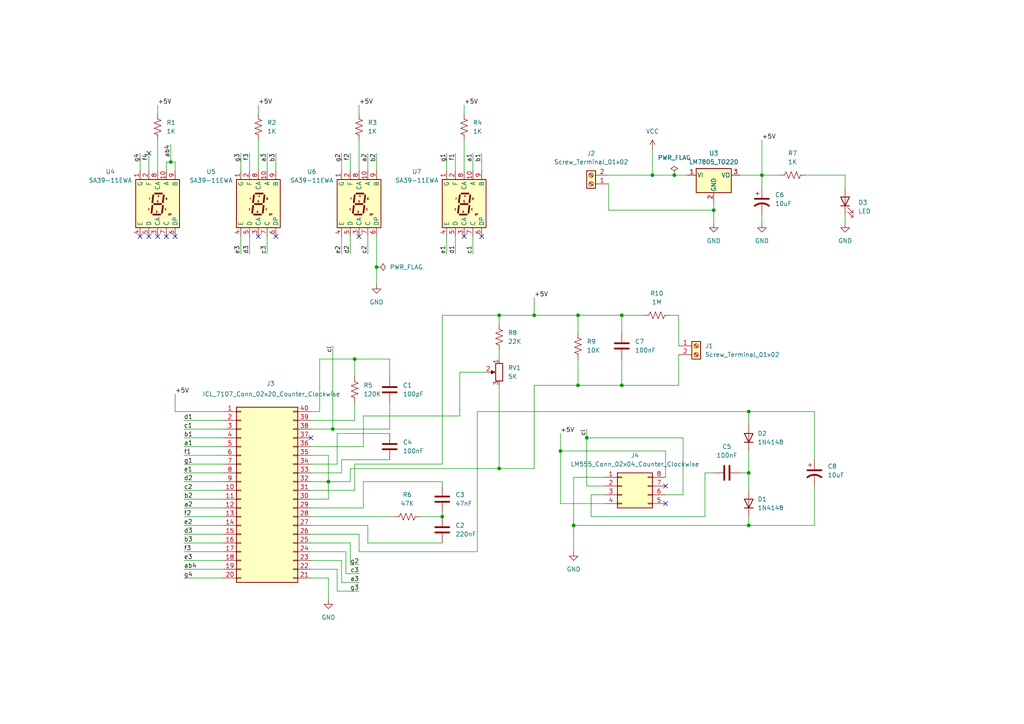
<source format=kicad_sch>
(kicad_sch (version 20250114) (generator "eeschema") (generator_version "9.0")
  (paper "A4")
  (title_block (title "Digital Voltmeter - 2nd Iteration") (date "2025-10-19") (rev "1.0"))
  (lib_symbols
    (symbol "Connector:Screw_Terminal_01x02" (pin_names (offset 1.016) (hide yes))
      (property "Reference" "J" (at 0 2.54 0))
      (property "Value" "Screw_Terminal_01x02" (at 0 -5.08 0))
      (symbol "Screw_Terminal_01x02_1_1"
        (rectangle (start -1.27 1.27) (end 1.27 -3.81) (stroke (width 0.254)) (fill (type background)))
        (polyline (pts (xy -0.5334 0.3302) (xy 0.3302 -0.508)) (stroke (width 0.1524)))
        (polyline (pts (xy -0.5334 -2.2098) (xy 0.3302 -3.048)) (stroke (width 0.1524)))
        (polyline (pts (xy -0.3556 0.508) (xy 0.508 -0.3302)) (stroke (width 0.1524)))
        (polyline (pts (xy -0.3556 -2.032) (xy 0.508 -2.8702)) (stroke (width 0.1524)))
        (circle (center 0 0) (radius 0.635) (stroke (width 0.1524)))
        (circle (center 0 -2.54) (radius 0.635) (stroke (width 0.1524)))
        (pin passive line (at -5.08 0 0) (length 3.81) (name "Pin_1") (number "1"))
        (pin passive line (at -5.08 -2.54 0) (length 3.81) (name "Pin_2") (number "2"))
      )
    )
    (symbol "Connector_Generic:Conn_02x04_Counter_Clockwise" (pin_names (offset 1.016) (hide yes))
      (property "Reference" "J4" (at 0.254 10.668 0))
      (property "Value" "Conn_02x04_Counter_Clockwise" (at 0.254 8.128 0))
      (symbol "Conn_02x04_Counter_Clockwise_1_1"
        (rectangle (start -5.08 5.08) (end 5.08 -5.08) (stroke (width 0.254)) (fill (type background)))
        (rectangle (start -5.08 3.937) (end -3.81 3.683) (stroke (width 0.1524)))
        (rectangle (start -5.08 1.397) (end -3.81 1.143) (stroke (width 0.1524)))
        (rectangle (start -5.08 -1.143) (end -3.81 -1.397) (stroke (width 0.1524)))
        (rectangle (start -5.08 -3.683) (end -3.81 -3.937) (stroke (width 0.1524)))
        (rectangle (start 5.08 3.937) (end 3.81 3.683) (stroke (width 0.1524)))
        (rectangle (start 5.08 1.397) (end 3.81 1.143) (stroke (width 0.1524)))
        (rectangle (start 5.08 -1.143) (end 3.81 -1.397) (stroke (width 0.1524)))
        (rectangle (start 5.08 -3.683) (end 3.81 -3.937) (stroke (width 0.1524)))
        (pin passive line (at -8.89 3.81 0) (length 3.81) (name "Pin_1") (number "1"))
        (pin passive line (at -8.89 1.27 0) (length 3.81) (name "Pin_2") (number "2"))
        (pin passive line (at -8.89 -1.27 0) (length 3.81) (name "Pin_3") (number "3"))
        (pin passive line (at -8.89 -3.81 0) (length 3.81) (name "Pin_4") (number "4"))
        (pin passive line (at 8.89 3.81 180) (length 3.81) (name "Pin_8") (number "8"))
        (pin passive line (at 8.89 1.27 180) (length 3.81) (name "Pin_7") (number "7"))
        (pin passive line (at 8.89 -1.27 180) (length 3.81) (name "Pin_6") (number "6"))
        (pin passive line (at 8.89 -3.81 180) (length 3.81) (name "Pin_5") (number "5"))
      )
    )
    (symbol "Connector_Generic:Conn_02x20_Counter_Clockwise" (pin_names (offset 1.016) (hide yes))
      (property "Reference" "J3" (at 1.27 29.21 0))
      (property "Value" "Conn_02x20_Counter_Clockwise" (at 1.27 26.67 0))
      (symbol "Conn_02x20_Counter_Clockwise_1_1"
        (rectangle (start -1.27 24.13) (end 16.51 -26.67) (stroke (width 0.254)) (fill (type background)))
        (rectangle (start -1.27 22.987) (end 0 22.733) (stroke (width 0.1524)))
        (rectangle (start -1.27 20.447) (end 0 20.193) (stroke (width 0.1524)))
        (rectangle (start -1.27 17.907) (end 0 17.653) (stroke (width 0.1524)))
        (rectangle (start -1.27 15.367) (end 0 15.113) (stroke (width 0.1524)))
        (rectangle (start -1.27 12.827) (end 0 12.573) (stroke (width 0.1524)))
        (rectangle (start -1.27 10.287) (end 0 10.033) (stroke (width 0.1524)))
        (rectangle (start -1.27 7.747) (end 0 7.493) (stroke (width 0.1524)))
        (rectangle (start -1.27 5.207) (end 0 4.953) (stroke (width 0.1524)))
        (rectangle (start -1.27 2.667) (end 0 2.413) (stroke (width 0.1524)))
        (rectangle (start -1.27 0.127) (end 0 -0.127) (stroke (width 0.1524)))
        (rectangle (start -1.27 -2.413) (end 0 -2.667) (stroke (width 0.1524)))
        (rectangle (start -1.27 -4.953) (end 0 -5.207) (stroke (width 0.1524)))
        (rectangle (start -1.27 -7.493) (end 0 -7.747) (stroke (width 0.1524)))
        (rectangle (start -1.27 -10.033) (end 0 -10.287) (stroke (width 0.1524)))
        (rectangle (start -1.27 -12.573) (end 0 -12.827) (stroke (width 0.1524)))
        (rectangle (start -1.27 -15.113) (end 0 -15.367) (stroke (width 0.1524)))
        (rectangle (start -1.27 -17.653) (end 0 -17.907) (stroke (width 0.1524)))
        (rectangle (start -1.27 -20.193) (end 0 -20.447) (stroke (width 0.1524)))
        (rectangle (start -1.27 -22.733) (end 0 -22.987) (stroke (width 0.1524)))
        (rectangle (start -1.27 -25.273) (end 0 -25.527) (stroke (width 0.1524)))
        (rectangle (start 15.24 22.987) (end 16.51 22.733) (stroke (width 0.1524)))
        (rectangle (start 16.51 20.447) (end 15.24 20.193) (stroke (width 0.1524)))
        (rectangle (start 16.51 17.907) (end 15.24 17.653) (stroke (width 0.1524)))
        (rectangle (start 16.51 15.367) (end 15.24 15.113) (stroke (width 0.1524)))
        (rectangle (start 16.51 12.827) (end 15.24 12.573) (stroke (width 0.1524)))
        (rectangle (start 16.51 10.287) (end 15.24 10.033) (stroke (width 0.1524)))
        (rectangle (start 16.51 7.747) (end 15.24 7.493) (stroke (width 0.1524)))
        (rectangle (start 16.51 5.207) (end 15.24 4.953) (stroke (width 0.1524)))
        (rectangle (start 16.51 2.667) (end 15.24 2.413) (stroke (width 0.1524)))
        (rectangle (start 16.51 0.127) (end 15.24 -0.127) (stroke (width 0.1524)))
        (rectangle (start 16.51 -2.413) (end 15.24 -2.667) (stroke (width 0.1524)))
        (rectangle (start 16.51 -4.953) (end 15.24 -5.207) (stroke (width 0.1524)))
        (rectangle (start 16.51 -7.493) (end 15.24 -7.747) (stroke (width 0.1524)))
        (rectangle (start 16.51 -10.033) (end 15.24 -10.287) (stroke (width 0.1524)))
        (rectangle (start 16.51 -12.573) (end 15.24 -12.827) (stroke (width 0.1524)))
        (rectangle (start 16.51 -15.113) (end 15.24 -15.367) (stroke (width 0.1524)))
        (rectangle (start 16.51 -17.653) (end 15.24 -17.907) (stroke (width 0.1524)))
        (rectangle (start 16.51 -20.193) (end 15.24 -20.447) (stroke (width 0.1524)))
        (rectangle (start 16.51 -22.733) (end 15.24 -22.987) (stroke (width 0.1524)))
        (rectangle (start 16.51 -25.273) (end 15.24 -25.527) (stroke (width 0.1524)))
        (pin passive line (at -5.08 22.86 0) (length 3.81) (name "Pin_1") (number "1"))
        (pin passive line (at -5.08 20.32 0) (length 3.81) (name "Pin_2") (number "2"))
        (pin passive line (at -5.08 17.78 0) (length 3.81) (name "Pin_3") (number "3"))
        (pin passive line (at -5.08 15.24 0) (length 3.81) (name "Pin_4") (number "4"))
        (pin passive line (at -5.08 12.7 0) (length 3.81) (name "Pin_5") (number "5"))
        (pin passive line (at -5.08 10.16 0) (length 3.81) (name "Pin_6") (number "6"))
        (pin passive line (at -5.08 7.62 0) (length 3.81) (name "Pin_7") (number "7"))
        (pin passive line (at -5.08 5.08 0) (length 3.81) (name "Pin_8") (number "8"))
        (pin passive line (at -5.08 2.54 0) (length 3.81) (name "Pin_9") (number "9"))
        (pin passive line (at -5.08 0 0) (length 3.81) (name "Pin_10") (number "10"))
        (pin passive line (at -5.08 -2.54 0) (length 3.81) (name "Pin_11") (number "11"))
        (pin passive line (at -5.08 -5.08 0) (length 3.81) (name "Pin_12") (number "12"))
        (pin passive line (at -5.08 -7.62 0) (length 3.81) (name "Pin_13") (number "13"))
        (pin passive line (at -5.08 -10.16 0) (length 3.81) (name "Pin_14") (number "14"))
        (pin passive line (at -5.08 -12.7 0) (length 3.81) (name "Pin_15") (number "15"))
        (pin passive line (at -5.08 -15.24 0) (length 3.81) (name "Pin_16") (number "16"))
        (pin passive line (at -5.08 -17.78 0) (length 3.81) (name "Pin_17") (number "17"))
        (pin passive line (at -5.08 -20.32 0) (length 3.81) (name "Pin_18") (number "18"))
        (pin passive line (at -5.08 -22.86 0) (length 3.81) (name "Pin_19") (number "19"))
        (pin passive line (at -5.08 -25.4 0) (length 3.81) (name "Pin_20") (number "20"))
        (pin passive line (at 20.32 22.86 180) (length 3.81) (name "Pin_40") (number "40"))
        (pin passive line (at 20.32 20.32 180) (length 3.81) (name "Pin_39") (number "39"))
        (pin passive line (at 20.32 17.78 180) (length 3.81) (name "Pin_38") (number "38"))
        (pin passive line (at 20.32 15.24 180) (length 3.81) (name "Pin_37") (number "37"))
        (pin passive line (at 20.32 12.7 180) (length 3.81) (name "Pin_36") (number "36"))
        (pin passive line (at 20.32 10.16 180) (length 3.81) (name "Pin_35") (number "35"))
        (pin passive line (at 20.32 7.62 180) (length 3.81) (name "Pin_34") (number "34"))
        (pin passive line (at 20.32 5.08 180) (length 3.81) (name "Pin_33") (number "33"))
        (pin passive line (at 20.32 2.54 180) (length 3.81) (name "Pin_32") (number "32"))
        (pin passive line (at 20.32 0 180) (length 3.81) (name "Pin_31") (number "31"))
        (pin passive line (at 20.32 -2.54 180) (length 3.81) (name "Pin_30") (number "30"))
        (pin passive line (at 20.32 -5.08 180) (length 3.81) (name "Pin_29") (number "29"))
        (pin passive line (at 20.32 -7.62 180) (length 3.81) (name "Pin_28") (number "28"))
        (pin passive line (at 20.32 -10.16 180) (length 3.81) (name "Pin_27") (number "27"))
        (pin passive line (at 20.32 -12.7 180) (length 3.81) (name "Pin_26") (number "26"))
        (pin passive line (at 20.32 -15.24 180) (length 3.81) (name "Pin_25") (number "25"))
        (pin passive line (at 20.32 -17.78 180) (length 3.81) (name "Pin_24") (number "24"))
        (pin passive line (at 20.32 -20.32 180) (length 3.81) (name "Pin_23") (number "23"))
        (pin passive line (at 20.32 -22.86 180) (length 3.81) (name "Pin_22") (number "22"))
        (pin passive line (at 20.32 -25.4 180) (length 3.81) (name "Pin_21") (number "21"))
      )
    )
    (symbol "Device:C" (pin_numbers (hide yes)) (pin_names (offset 0.254))
      (property "Reference" "C" (at 0.635 2.54 0))
      (property "Value" "C" (at 0.635 -2.54 0))
      (symbol "C_0_1"
        (polyline (pts (xy -2.032 0.762) (xy 2.032 0.762)) (stroke (width 0.508)))
        (polyline (pts (xy -2.032 -0.762) (xy 2.032 -0.762)) (stroke (width 0.508)))
      )
      (symbol "C_1_1"
        (pin passive line (at 0 3.81 270) (length 2.794) (name "~") (number "1"))
        (pin passive line (at 0 -3.81 90) (length 2.794) (name "~") (number "2"))
      )
    )
    (symbol "Device:C_Polarized_US" (pin_numbers (hide yes)) (pin_names (offset 0.254) (hide yes))
      (property "Reference" "C" (at 0.635 2.54 0))
      (property "Value" "C_Polarized_US" (at 0.635 -2.54 0))
      (symbol "C_Polarized_US_0_1"
        (polyline (pts (xy -2.032 0.762) (xy 2.032 0.762)) (stroke (width 0.508)))
        (polyline (pts (xy -1.778 2.286) (xy -0.762 2.286)))
        (polyline (pts (xy -1.27 1.778) (xy -1.27 2.794)))
        (arc (start -2.032 -1.27) (mid 0 -0.5572) (end 2.032 -1.27) (stroke (width 0.508)))
      )
      (symbol "C_Polarized_US_1_1"
        (pin passive line (at 0 3.81 270) (length 2.794) (name "~") (number "1"))
        (pin passive line (at 0 -3.81 90) (length 3.302) (name "~") (number "2"))
      )
    )
    (symbol "Device:LED" (pin_numbers (hide yes)) (pin_names (offset 1.016) (hide yes))
      (property "Reference" "D" (at 0 2.54 0))
      (property "Value" "LED" (at 0 -2.54 0))
      (symbol "LED_0_1"
        (polyline (pts (xy -3.048 -0.762) (xy -4.572 -2.286) (xy -3.81 -2.286) (xy -4.572 -2.286) (xy -4.572 -1.524)))
        (polyline (pts (xy -1.778 -0.762) (xy -3.302 -2.286) (xy -2.54 -2.286) (xy -3.302 -2.286) (xy -3.302 -1.524)))
        (polyline (pts (xy -1.27 0) (xy 1.27 0)))
        (polyline (pts (xy -1.27 -1.27) (xy -1.27 1.27)) (stroke (width 0.254)))
        (polyline (pts (xy 1.27 -1.27) (xy 1.27 1.27) (xy -1.27 0) (xy 1.27 -1.27)) (stroke (width 0.254)))
      )
      (symbol "LED_1_1"
        (pin passive line (at -3.81 0 0) (length 2.54) (name "K") (number "1"))
        (pin passive line (at 3.81 0 180) (length 2.54) (name "A") (number "2"))
      )
    )
    (symbol "Device:R_Potentiometer" (pin_names (offset 1.016) (hide yes))
      (property "Reference" "RV" (at -4.445 0 90))
      (property "Value" "R_Potentiometer" (at -2.54 0 90))
      (symbol "R_Potentiometer_0_1"
        (rectangle (start 1.016 2.54) (end -1.016 -2.54) (stroke (width 0.254)))
        (polyline (pts (xy 1.143 0) (xy 2.286 0.508) (xy 2.286 -0.508) (xy 1.143 0)) (fill (type outline)))
        (polyline (pts (xy 2.54 0) (xy 1.524 0)))
      )
      (symbol "R_Potentiometer_1_1"
        (pin passive line (at 0 3.81 270) (length 1.27) (name "1") (number "1"))
        (pin passive line (at 0 -3.81 90) (length 1.27) (name "3") (number "3"))
        (pin passive line (at 3.81 0 180) (length 1.27) (name "2") (number "2"))
      )
    )
    (symbol "Device:R_US" (pin_numbers (hide yes)) (pin_names (offset 0))
      (property "Reference" "R" (at 2.54 0 90))
      (property "Value" "R_US" (at -2.54 0 90))
      (symbol "R_US_0_1"
        (polyline (pts (xy 0 2.286) (xy 0 2.54)))
        (polyline (pts (xy 0 2.286) (xy 1.016 1.905) (xy 0 1.524) (xy -1.016 1.143) (xy 0 0.762)))
        (polyline (pts (xy 0 0.762) (xy 1.016 0.381) (xy 0 0) (xy -1.016 -0.381) (xy 0 -0.762)))
        (polyline (pts (xy 0 -0.762) (xy 1.016 -1.143) (xy 0 -1.524) (xy -1.016 -1.905) (xy 0 -2.286)))
        (polyline (pts (xy 0 -2.286) (xy 0 -2.54)))
      )
      (symbol "R_US_1_1"
        (pin passive line (at 0 3.81 270) (length 1.27) (name "~") (number "1"))
        (pin passive line (at 0 -3.81 90) (length 1.27) (name "~") (number "2"))
      )
    )
    (symbol "Diode:1N4148" (pin_numbers (hide yes)) (pin_names (hide yes))
      (property "Reference" "D" (at 0 2.54 0))
      (property "Value" "1N4148" (at 0 -2.54 0))
      (symbol "1N4148_0_1"
        (polyline (pts (xy -1.27 1.27) (xy -1.27 -1.27)) (stroke (width 0.254)))
        (polyline (pts (xy 1.27 1.27) (xy 1.27 -1.27) (xy -1.27 0) (xy 1.27 1.27)) (stroke (width 0.254)))
        (polyline (pts (xy 1.27 0) (xy -1.27 0)))
      )
      (symbol "1N4148_1_1"
        (pin passive line (at -3.81 0 0) (length 2.54) (name "K") (number "1"))
        (pin passive line (at 3.81 0 180) (length 2.54) (name "A") (number "2"))
      )
    )
    (symbol "Regulator_Linear:LM7805_TO220" (pin_names (offset 0.254))
      (property "Reference" "U" (at -3.81 3.175 0))
      (property "Value" "LM7805_TO220" (at 0 3.175 0))
      (symbol "LM7805_TO220_0_1"
        (rectangle (start -5.08 1.905) (end 5.08 -5.08) (stroke (width 0.254)) (fill (type background)))
      )
      (symbol "LM7805_TO220_1_1"
        (pin power_in line (at -7.62 0 0) (length 2.54) (name "VI") (number "1"))
        (pin power_in line (at 0 -7.62 90) (length 2.54) (name "GND") (number "2"))
        (pin power_out line (at 7.62 0 180) (length 2.54) (name "VO") (number "3"))
      )
    )
    (symbol "SA39-11EWA_1"
      (property "Reference" "U4" (at -13.716 9.906 0))
      (property "Value" "SA39-11EWA" (at -13.716 7.366 0))
      (symbol "SA39-11EWA_1_1_0"
        (text "E" (at -2.54 -1.016 0) (effects (font (size 0.508 0.508))))
        (text "F" (at -2.286 2.032 0) (effects (font (size 0.508 0.508))))
        (text "D" (at -0.254 -1.778 0) (effects (font (size 0.508 0.508))))
        (text "G" (at 0 1.27 0) (effects (font (size 0.508 0.508))))
        (text "A" (at 0.254 2.794 0) (effects (font (size 0.508 0.508))))
        (text "C" (at 2.286 -1.016 0) (effects (font (size 0.508 0.508))))
        (text "B" (at 2.54 2.032 0) (effects (font (size 0.508 0.508))))
        (text "DP" (at 3.556 -2.54 0) (effects (font (size 0.508 0.508))))
      )
      (symbol "SA39-11EWA_1_1_1"
        (rectangle (start -6.35 7.62) (end 6.35 -6.35) (stroke (width 0.254)) (fill (type background)))
        (polyline (pts (xy -1.524 0) (xy -1.778 -2.032)) (stroke (width 0.508)))
        (polyline (pts (xy -1.27 3.048) (xy -1.524 1.016)) (stroke (width 0.508)))
        (polyline (pts (xy -1.27 -2.54) (xy 0.762 -2.54)) (stroke (width 0.508)))
        (polyline (pts (xy -1.016 0.508) (xy 1.016 0.508)) (stroke (width 0.508)))
        (polyline (pts (xy -0.762 3.556) (xy 1.27 3.556)) (stroke (width 0.508)))
        (polyline (pts (xy 1.524 0) (xy 1.27 -2.032)) (stroke (width 0.508)))
        (polyline (pts (xy 1.778 3.048) (xy 1.524 1.016)) (stroke (width 0.508)))
        (polyline (pts (xy 2.54 -2.54) (xy 2.54 -2.54)) (stroke (width 0.508)))
        (pin input line (at -5.08 10.16 270) (length 2.54) (name "G") (number "1"))
        (pin input line (at -5.08 -8.89 90) (length 2.54) (name "E") (number "4"))
        (pin input line (at -2.54 10.16 270) (length 2.54) (name "F") (number "2"))
        (pin input line (at -2.54 -8.89 90) (length 2.54) (name "D") (number "5"))
        (pin input line (at 0 10.16 270) (length 2.54) (name "CA") (number "8"))
        (pin input line (at 0 -8.89 90) (length 2.54) (name "CA") (number "3"))
        (pin input line (at 2.54 10.16 270) (length 2.54) (name "A") (number "10"))
        (pin input line (at 2.54 -8.89 90) (length 2.54) (name "C") (number "7"))
        (pin input line (at 5.08 10.16 270) (length 2.54) (name "B") (number "9"))
        (pin input line (at 5.08 -8.89 90) (length 2.54) (name "DP") (number "6"))
      )
    )
    (symbol "power:GND" (power) (pin_numbers (hide yes)) (pin_names (offset 0) (hide yes))
      (property "Value" "GND" (at 0 -3.81 0))
      (symbol "GND_0_1"
        (polyline (pts (xy 0 0) (xy 0 -1.27) (xy 1.27 -1.27) (xy 0 -2.54) (xy -1.27 -1.27) (xy 0 -1.27)))
      )
      (symbol "GND_1_1"
        (pin power_in line (at 0 0 270) (length 0) (name "~") (number "1"))
      )
    )
    (symbol "power:PWR_FLAG" (power) (pin_numbers (hide yes)) (pin_names (offset 0) (hide yes))
      (property "Value" "PWR_FLAG" (at 0 3.81 0))
      (symbol "PWR_FLAG_0_0"
        (pin power_out line (at 0 0 90) (length 0) (name "~") (number "1"))
      )
      (symbol "PWR_FLAG_0_1"
        (polyline (pts (xy 0 0) (xy 0 1.27) (xy -1.016 1.905) (xy 0 2.54) (xy 1.016 1.905) (xy 0 1.27)))
      )
    )
    (symbol "power:VCC" (power) (pin_numbers (hide yes)) (pin_names (offset 0) (hide yes))
      (property "Value" "VCC" (at 0 3.556 0))
      (symbol "VCC_0_1"
        (polyline (pts (xy -0.762 1.27) (xy 0 2.54)))
        (polyline (pts (xy 0 2.54) (xy 0.762 1.27)))
        (polyline (pts (xy 0 0) (xy 0 2.54)))
      )
      (symbol "VCC_1_1"
        (pin power_in line (at 0 0 90) (length 0) (name "~") (number "1"))
      )
    )
  )
  (junction (at 144.78 91.44))
  (junction (at 189.23 50.8))
  (junction (at 49.53 46.99))
  (junction (at 154.94 91.44))
  (junction (at 207.01 60.96))
  (junction (at 167.64 111.76))
  (junction (at 102.87 104.14))
  (junction (at 128.27 149.86))
  (junction (at 217.17 137.16))
  (junction (at 195.58 50.8))
  (junction (at 167.64 91.44))
  (junction (at 180.34 91.44))
  (junction (at 170.18 127))
  (junction (at 144.78 135.89))
  (junction (at 95.25 139.7))
  (junction (at 217.17 152.4))
  (junction (at 220.98 50.8))
  (junction (at 166.37 152.4))
  (junction (at 217.17 119.38))
  (junction (at 162.56 130.81))
  (junction (at 96.52 124.46))
  (junction (at 109.22 77.47))
  (junction (at 180.34 111.76))
  (no_connect (at 40.64 68.58))
  (no_connect (at 80.01 68.58))
  (no_connect (at 134.62 68.58))
  (no_connect (at 139.7 68.58))
  (no_connect (at 104.14 68.58))
  (no_connect (at 90.17 127))
  (no_connect (at 45.72 68.58))
  (no_connect (at 48.26 68.58))
  (no_connect (at 43.18 44.45))
  (no_connect (at 74.93 68.58))
  (no_connect (at 193.04 146.05))
  (no_connect (at 193.04 140.97))
  (no_connect (at 43.18 68.58))
  (no_connect (at 50.8 68.58))
  (wire (pts (xy 101.6 163.83) (xy 101.6 157.48)))
  (wire (pts (xy 128.27 134.62) (xy 128.27 91.44)))
  (wire (pts (xy 217.17 152.4) (xy 166.37 152.4)))
  (wire (pts (xy 189.23 50.8) (xy 195.58 50.8)))
  (wire (pts (xy 90.17 147.32) (xy 105.41 147.32)))
  (wire (pts (xy 220.98 62.23) (xy 220.98 64.77)))
  (wire (pts (xy 53.34 132.08) (xy 64.77 132.08)))
  (wire (pts (xy 144.78 91.44) (xy 154.94 91.44)))
  (wire (pts (xy 99.06 44.45) (xy 99.06 49.53)))
  (wire (pts (xy 109.22 68.58) (xy 109.22 77.47)))
  (wire (pts (xy 53.34 134.62) (xy 64.77 134.62)))
  (wire (pts (xy 101.6 135.89) (xy 101.6 139.7)))
  (wire (pts (xy 99.06 137.16) (xy 99.06 133.35)))
  (wire (pts (xy 95.25 132.08) (xy 90.17 132.08)))
  (wire (pts (xy 170.18 127) (xy 198.12 127)))
  (wire (pts (xy 245.11 50.8) (xy 245.11 54.61)))
  (wire (pts (xy 233.68 50.8) (xy 245.11 50.8)))
  (wire (pts (xy 77.47 44.45) (xy 77.47 49.53)))
  (wire (pts (xy 53.34 121.92) (xy 64.77 121.92)))
  (wire (pts (xy 90.17 139.7) (xy 95.25 139.7)))
  (wire (pts (xy 49.53 46.99) (xy 50.8 46.99)))
  (wire (pts (xy 69.85 44.45) (xy 69.85 49.53)))
  (wire (pts (xy 217.17 137.16) (xy 217.17 142.24)))
  (wire (pts (xy 132.08 44.45) (xy 132.08 49.53)))
  (wire (pts (xy 180.34 111.76) (xy 196.85 111.76)))
  (wire (pts (xy 101.6 44.45) (xy 101.6 49.53)))
  (wire (pts (xy 102.87 116.84) (xy 102.87 121.92)))
  (wire (pts (xy 138.43 119.38) (xy 217.17 119.38)))
  (wire (pts (xy 220.98 50.8) (xy 226.06 50.8)))
  (wire (pts (xy 217.17 130.81) (xy 217.17 137.16)))
  (wire (pts (xy 204.47 137.16) (xy 207.01 137.16)))
  (wire (pts (xy 220.98 54.61) (xy 220.98 50.8)))
  (wire (pts (xy 175.26 143.51) (xy 171.45 143.51)))
  (wire (pts (xy 95.25 139.7) (xy 101.6 139.7)))
  (wire (pts (xy 196.85 91.44) (xy 196.85 100.33)))
  (wire (pts (xy 245.11 62.23) (xy 245.11 64.77)))
  (wire (pts (xy 97.79 125.73) (xy 97.79 134.62)))
  (wire (pts (xy 129.54 68.58) (xy 129.54 73.66)))
  (wire (pts (xy 53.34 149.86) (xy 64.77 149.86)))
  (wire (pts (xy 196.85 102.87) (xy 196.85 111.76)))
  (wire (pts (xy 106.68 157.48) (xy 128.27 157.48)))
  (wire (pts (xy 133.35 120.65) (xy 133.35 107.95)))
  (wire (pts (xy 53.34 139.7) (xy 64.77 139.7)))
  (wire (pts (xy 95.25 139.7) (xy 95.25 132.08)))
  (wire (pts (xy 109.22 44.45) (xy 109.22 49.53)))
  (wire (pts (xy 104.14 40.64) (xy 104.14 49.53)))
  (wire (pts (xy 100.33 160.02) (xy 90.17 160.02)))
  (wire (pts (xy 220.98 50.8) (xy 220.98 40.64)))
  (wire (pts (xy 80.01 44.45) (xy 80.01 49.53)))
  (wire (pts (xy 214.63 137.16) (xy 217.17 137.16)))
  (wire (pts (xy 101.6 68.58) (xy 101.6 73.66)))
  (wire (pts (xy 236.22 119.38) (xy 217.17 119.38)))
  (wire (pts (xy 134.62 40.64) (xy 134.62 49.53)))
  (wire (pts (xy 167.64 91.44) (xy 154.94 91.44)))
  (wire (pts (xy 90.17 142.24) (xy 102.87 142.24)))
  (wire (pts (xy 45.72 40.64) (xy 45.72 49.53)))
  (wire (pts (xy 144.78 101.6) (xy 144.78 104.14)))
  (wire (pts (xy 236.22 152.4) (xy 217.17 152.4)))
  (wire (pts (xy 105.41 129.54) (xy 105.41 120.65)))
  (wire (pts (xy 106.68 68.58) (xy 106.68 73.66)))
  (wire (pts (xy 121.92 149.86) (xy 128.27 149.86)))
  (wire (pts (xy 40.64 44.45) (xy 40.64 49.53)))
  (wire (pts (xy 99.06 162.56) (xy 90.17 162.56)))
  (wire (pts (xy 97.79 134.62) (xy 90.17 134.62)))
  (wire (pts (xy 167.64 111.76) (xy 154.94 111.76)))
  (wire (pts (xy 95.25 167.64) (xy 95.25 173.99)))
  (wire (pts (xy 195.58 50.8) (xy 199.39 50.8)))
  (wire (pts (xy 162.56 125.73) (xy 162.56 130.81)))
  (wire (pts (xy 104.14 154.94) (xy 104.14 160.02)))
  (wire (pts (xy 49.53 41.91) (xy 49.53 46.99)))
  (wire (pts (xy 170.18 140.97) (xy 170.18 127)))
  (wire (pts (xy 102.87 142.24) (xy 102.87 134.62)))
  (wire (pts (xy 180.34 104.14) (xy 180.34 111.76)))
  (wire (pts (xy 171.45 143.51) (xy 171.45 149.86)))
  (wire (pts (xy 104.14 160.02) (xy 138.43 160.02)))
  (wire (pts (xy 99.06 168.91) (xy 99.06 162.56)))
  (wire (pts (xy 105.41 147.32) (xy 105.41 139.7)))
  (wire (pts (xy 154.94 111.76) (xy 154.94 135.89)))
  (wire (pts (xy 95.25 144.78) (xy 95.25 139.7)))
  (wire (pts (xy 113.03 116.84) (xy 113.03 124.46)))
  (wire (pts (xy 53.34 147.32) (xy 64.77 147.32)))
  (wire (pts (xy 90.17 121.92) (xy 102.87 121.92)))
  (wire (pts (xy 139.7 44.45) (xy 139.7 49.53)))
  (wire (pts (xy 92.71 119.38) (xy 92.71 104.14)))
  (wire (pts (xy 154.94 135.89) (xy 144.78 135.89)))
  (wire (pts (xy 104.14 166.37) (xy 100.33 166.37)))
  (wire (pts (xy 90.17 167.64) (xy 95.25 167.64)))
  (wire (pts (xy 217.17 123.19) (xy 217.17 119.38)))
  (wire (pts (xy 90.17 129.54) (xy 105.41 129.54)))
  (wire (pts (xy 53.34 144.78) (xy 64.77 144.78)))
  (wire (pts (xy 50.8 46.99) (xy 50.8 49.53)))
  (wire (pts (xy 74.93 40.64) (xy 74.93 49.53)))
  (wire (pts (xy 97.79 125.73) (xy 113.03 125.73)))
  (wire (pts (xy 72.39 44.45) (xy 72.39 49.53)))
  (wire (pts (xy 189.23 43.18) (xy 189.23 50.8)))
  (wire (pts (xy 132.08 68.58) (xy 132.08 73.66)))
  (wire (pts (xy 198.12 127) (xy 198.12 143.51)))
  (wire (pts (xy 166.37 138.43) (xy 166.37 152.4)))
  (wire (pts (xy 53.34 165.1) (xy 64.77 165.1)))
  (wire (pts (xy 45.72 30.48) (xy 45.72 33.02)))
  (wire (pts (xy 175.26 140.97) (xy 170.18 140.97)))
  (wire (pts (xy 90.17 144.78) (xy 95.25 144.78)))
  (wire (pts (xy 102.87 104.14) (xy 102.87 109.22)))
  (wire (pts (xy 176.53 50.8) (xy 189.23 50.8)))
  (wire (pts (xy 53.34 167.64) (xy 64.77 167.64)))
  (wire (pts (xy 175.26 138.43) (xy 166.37 138.43)))
  (wire (pts (xy 90.17 124.46) (xy 96.52 124.46)))
  (wire (pts (xy 204.47 137.16) (xy 204.47 149.86)))
  (wire (pts (xy 53.34 137.16) (xy 64.77 137.16)))
  (wire (pts (xy 53.34 157.48) (xy 64.77 157.48)))
  (wire (pts (xy 236.22 133.35) (xy 236.22 119.38)))
  (wire (pts (xy 128.27 139.7) (xy 128.27 140.97)))
  (wire (pts (xy 194.31 91.44) (xy 196.85 91.44)))
  (wire (pts (xy 167.64 96.52) (xy 167.64 91.44)))
  (wire (pts (xy 53.34 162.56) (xy 64.77 162.56)))
  (wire (pts (xy 144.78 135.89) (xy 101.6 135.89)))
  (wire (pts (xy 198.12 143.51) (xy 193.04 143.51)))
  (wire (pts (xy 72.39 68.58) (xy 72.39 73.66)))
  (wire (pts (xy 96.52 100.33) (xy 96.52 124.46)))
  (wire (pts (xy 97.79 171.45) (xy 97.79 165.1)))
  (wire (pts (xy 50.8 119.38) (xy 64.77 119.38)))
  (wire (pts (xy 134.62 30.48) (xy 134.62 33.02)))
  (wire (pts (xy 113.03 104.14) (xy 113.03 109.22)))
  (wire (pts (xy 90.17 149.86) (xy 114.3 149.86)))
  (wire (pts (xy 166.37 152.4) (xy 166.37 160.02)))
  (wire (pts (xy 214.63 50.8) (xy 220.98 50.8)))
  (wire (pts (xy 48.26 46.99) (xy 48.26 49.53)))
  (wire (pts (xy 193.04 138.43) (xy 193.04 130.81)))
  (wire (pts (xy 53.34 124.46) (xy 64.77 124.46)))
  (wire (pts (xy 144.78 111.76) (xy 144.78 135.89)))
  (wire (pts (xy 106.68 152.4) (xy 90.17 152.4)))
  (wire (pts (xy 74.93 30.48) (xy 74.93 33.02)))
  (wire (pts (xy 175.26 146.05) (xy 162.56 146.05)))
  (wire (pts (xy 133.35 107.95) (xy 140.97 107.95)))
  (wire (pts (xy 207.01 58.42) (xy 207.01 60.96)))
  (wire (pts (xy 129.54 44.45) (xy 129.54 49.53)))
  (wire (pts (xy 137.16 44.45) (xy 137.16 49.53)))
  (wire (pts (xy 170.18 124.46) (xy 170.18 127)))
  (wire (pts (xy 90.17 137.16) (xy 99.06 137.16)))
  (wire (pts (xy 53.34 154.94) (xy 64.77 154.94)))
  (wire (pts (xy 102.87 134.62) (xy 128.27 134.62)))
  (wire (pts (xy 109.22 77.47) (xy 109.22 82.55)))
  (wire (pts (xy 53.34 129.54) (xy 64.77 129.54)))
  (wire (pts (xy 99.06 133.35) (xy 113.03 133.35)))
  (wire (pts (xy 48.26 46.99) (xy 49.53 46.99)))
  (wire (pts (xy 171.45 149.86) (xy 204.47 149.86)))
  (wire (pts (xy 101.6 157.48) (xy 90.17 157.48)))
  (wire (pts (xy 176.53 60.96) (xy 207.01 60.96)))
  (wire (pts (xy 154.94 86.36) (xy 154.94 91.44)))
  (wire (pts (xy 167.64 104.14) (xy 167.64 111.76)))
  (wire (pts (xy 180.34 91.44) (xy 167.64 91.44)))
  (wire (pts (xy 106.68 157.48) (xy 106.68 152.4)))
  (wire (pts (xy 104.14 168.91) (xy 99.06 168.91)))
  (wire (pts (xy 53.34 160.02) (xy 64.77 160.02)))
  (wire (pts (xy 180.34 91.44) (xy 186.69 91.44)))
  (wire (pts (xy 104.14 171.45) (xy 97.79 171.45)))
  (wire (pts (xy 180.34 111.76) (xy 167.64 111.76)))
  (wire (pts (xy 137.16 68.58) (xy 137.16 73.66)))
  (wire (pts (xy 69.85 68.58) (xy 69.85 73.66)))
  (wire (pts (xy 53.34 127) (xy 64.77 127)))
  (wire (pts (xy 90.17 154.94) (xy 104.14 154.94)))
  (wire (pts (xy 207.01 60.96) (xy 207.01 64.77)))
  (wire (pts (xy 104.14 30.48) (xy 104.14 33.02)))
  (wire (pts (xy 105.41 139.7) (xy 128.27 139.7)))
  (wire (pts (xy 193.04 130.81) (xy 162.56 130.81)))
  (wire (pts (xy 97.79 165.1) (xy 90.17 165.1)))
  (wire (pts (xy 105.41 120.65) (xy 133.35 120.65)))
  (wire (pts (xy 50.8 114.3) (xy 50.8 119.38)))
  (wire (pts (xy 53.34 152.4) (xy 64.77 152.4)))
  (wire (pts (xy 92.71 104.14) (xy 102.87 104.14)))
  (wire (pts (xy 162.56 146.05) (xy 162.56 130.81)))
  (wire (pts (xy 217.17 149.86) (xy 217.17 152.4)))
  (wire (pts (xy 100.33 166.37) (xy 100.33 160.02)))
  (wire (pts (xy 236.22 140.97) (xy 236.22 152.4)))
  (wire (pts (xy 180.34 96.52) (xy 180.34 91.44)))
  (wire (pts (xy 53.34 142.24) (xy 64.77 142.24)))
  (wire (pts (xy 176.53 53.34) (xy 176.53 60.96)))
  (wire (pts (xy 106.68 44.45) (xy 106.68 49.53)))
  (wire (pts (xy 102.87 104.14) (xy 113.03 104.14)))
  (wire (pts (xy 138.43 160.02) (xy 138.43 119.38)))
  (wire (pts (xy 43.18 44.45) (xy 43.18 49.53)))
  (wire (pts (xy 128.27 91.44) (xy 144.78 91.44)))
  (wire (pts (xy 90.17 119.38) (xy 92.71 119.38)))
  (wire (pts (xy 128.27 149.86) (xy 128.27 148.59)))
  (wire (pts (xy 104.14 163.83) (xy 101.6 163.83)))
  (wire (pts (xy 77.47 68.58) (xy 77.47 73.66)))
  (wire (pts (xy 99.06 68.58) (xy 99.06 73.66)))
  (wire (pts (xy 144.78 91.44) (xy 144.78 93.98)))
  (wire (pts (xy 96.52 124.46) (xy 113.03 124.46)))
  (label "e3" (at 53.34 162.56 0))
  (label "g4" (at 40.64 44.45 270))
  (label "b3" (at 80.01 44.45 270))
  (label "b2" (at 109.22 44.45 270))
  (label "d3" (at 53.34 154.94 0))
  (label "+5V" (at 74.93 30.48 0))
  (label "e1" (at 53.34 137.16 0))
  (label "f1" (at 132.08 44.45 270))
  (label "g2" (at 104.14 163.83 180))
  (label "c1" (at 53.34 124.46 0))
  (label "e2" (at 53.34 152.4 0))
  (label "+5V" (at 220.98 40.64 0))
  (label "ab4" (at 49.53 41.91 270))
  (label "d3" (at 72.39 73.66 90))
  (label "f4" (at 43.18 44.45 270))
  (label "a1" (at 53.34 129.54 0))
  (label "b1" (at 139.7 44.45 270))
  (label "d2" (at 53.34 139.7 0))
  (label "f1" (at 53.34 132.08 0))
  (label "+5V" (at 104.14 30.48 0))
  (label "b2" (at 53.34 144.78 0))
  (label "c3" (at 77.47 73.66 90))
  (label "g3" (at 104.14 171.45 180))
  (label "g3" (at 69.85 44.45 270))
  (label "c2" (at 106.68 73.66 90))
  (label "a3" (at 77.47 44.45 270))
  (label "d1" (at 53.34 121.92 0))
  (label "+5V" (at 162.56 125.73 0))
  (label "a1" (at 137.16 44.45 270))
  (label "+5V" (at 45.72 30.48 0))
  (label "e2" (at 99.06 73.66 90))
  (label "d1" (at 132.08 73.66 90))
  (label "a2" (at 53.34 147.32 0))
  (label "cl" (at 170.18 124.46 270))
  (label "g1" (at 129.54 44.45 270))
  (label "+5V" (at 134.62 30.48 0))
  (label "+5V" (at 50.8 114.3 0))
  (label "b3" (at 53.34 157.48 0))
  (label "cl" (at 96.52 100.33 270))
  (label "g2" (at 99.06 44.45 270))
  (label "f2" (at 101.6 44.45 270))
  (label "f2" (at 53.34 149.86 0))
  (label "e1" (at 129.54 73.66 90))
  (label "c2" (at 53.34 142.24 0))
  (label "ab4" (at 53.34 165.1 0))
  (label "c1" (at 137.16 73.66 90))
  (label "b1" (at 53.34 127 0))
  (label "g4" (at 53.34 167.64 0))
  (label "a3" (at 104.14 168.91 180))
  (label "d2" (at 101.6 73.66 90))
  (label "f3" (at 53.34 160.02 0))
  (label "a2" (at 106.68 44.45 270))
  (label "g1" (at 53.34 134.62 0))
  (label "e3" (at 69.85 73.66 90))
  (label "c3" (at 104.14 166.37 180))
  (label "+5V" (at 154.94 86.36 0))
  (label "f3" (at 72.39 44.45 270))
  (symbol (lib_id "Device:R_US") (at 134.62 36.83 0) (unit 1)
    (property "Reference" "R4" (at 137.16 35.5599 0) (effects (justify left)))
    (property "Value" "1K" (at 137.16 38.0999 0) (effects (justify left)))
    (property "Footprint" "Resistor_THT:R_Axial_DIN0207_L6.3mm_D2.5mm_P7.62mm_Horizontal" (effects (hide yes)))
    (property "Description" "Resistor, US symbol" (effects (hide yes)))
  )
  (symbol (lib_id "Device:R_US") (at 45.72 36.83 0) (unit 1)
    (property "Reference" "R1" (at 48.26 35.5599 0) (effects (justify left)))
    (property "Value" "1K" (at 48.26 38.0999 0) (effects (justify left)))
    (property "Footprint" "Resistor_THT:R_Axial_DIN0207_L6.3mm_D2.5mm_P7.62mm_Horizontal" (effects (hide yes)))
    (property "Description" "Resistor, US symbol" (effects (hide yes)))
  )
  (symbol (lib_id "Device:R_US") (at 190.5 91.44 90) (unit 1)
    (property "Reference" "R10" (at 190.5 85.09 90))
    (property "Value" "1M" (at 190.5 87.63 90))
    (property "Footprint" "Resistor_THT:R_Axial_DIN0207_L6.3mm_D2.5mm_P7.62mm_Horizontal" (effects (hide yes)))
    (property "Description" "Resistor, US symbol" (effects (hide yes)))
  )
  (symbol (lib_id "Device:C") (at 113.03 129.54 180) (unit 1)
    (property "Reference" "C4" (at 116.84 128.2699 0) (effects (justify right)))
    (property "Value" "100nF" (at 116.84 130.8099 0) (effects (justify right)))
    (property "Footprint" "Capacitor_THT:C_Disc_D3.0mm_W1.6mm_P2.50mm" (effects (hide yes)))
    (property "Description" "Unpolarized capacitor" (effects (hide yes)))
  )
  (symbol (lib_id "Device:R_Potentiometer") (at 144.78 107.95 0) (mirror y) (unit 1)
    (property "Reference" "RV1" (at 147.32 106.6799 0) (effects (justify right)))
    (property "Value" "5K" (at 147.32 109.2199 0) (effects (justify right)))
    (property "Footprint" "Potentiometer_THT:Potentiometer_Bourns_3386P_Vertical" (effects (hide yes)))
    (property "Description" "Potentiometer" (effects (hide yes)))
  )
  (symbol (lib_id "power:VCC") (at 189.23 43.18 0) (unit 1)
    (property "Reference" "#PWR01" (effects (hide yes)))
    (property "Value" "VCC" (at 189.23 38.1 0))
    (property "Description" "Power symbol creates a global label with name \"VCC\"" (effects (hide yes)))
  )
  (symbol (lib_id "Connector:Screw_Terminal_01x02") (at 171.45 53.34 180) (unit 1)
    (property "Reference" "J2" (at 171.45 44.45 0))
    (property "Value" "Screw_Terminal_01x02" (at 171.45 46.99 0))
    (property "Footprint" "TerminalBlock_Phoenix:TerminalBlock_Phoenix_MKDS-1,5-2_1x02_P5.00mm_Horizontal" (effects (hide yes)))
    (property "Description" "Generic screw terminal, single row, 01x02, script generated (kicad-library-utils/schlib/autogen/connector/)" (effects (hide yes)))
  )
  (symbol (lib_id "Device:C") (at 128.27 144.78 180) (unit 1)
    (property "Reference" "C3" (at 132.08 143.5099 0) (effects (justify right)))
    (property "Value" "47nF" (at 132.08 146.0499 0) (effects (justify right)))
    (property "Footprint" "Capacitor_THT:C_Disc_D3.0mm_W1.6mm_P2.50mm" (effects (hide yes)))
    (property "Description" "Unpolarized capacitor" (effects (hide yes)))
  )
  (symbol (lib_id "power:PWR_FLAG") (at 109.22 77.47 270) (unit 1)
    (property "Reference" "#FLG02" (effects (hide yes)))
    (property "Value" "PWR_FLAG" (at 113.03 77.4699 90) (effects (justify left)))
    (property "Description" "Special symbol for telling ERC where power comes from" (effects (hide yes)))
  )
  (symbol (lib_id "Device:R_US") (at 104.14 36.83 0) (unit 1)
    (property "Reference" "R3" (at 106.68 35.5599 0) (effects (justify left)))
    (property "Value" "1K" (at 106.68 38.0999 0) (effects (justify left)))
    (property "Footprint" "Resistor_THT:R_Axial_DIN0207_L6.3mm_D2.5mm_P7.62mm_Horizontal" (effects (hide yes)))
    (property "Description" "Resistor, US symbol" (effects (hide yes)))
  )
  (symbol (lib_id "Diode:1N4148") (at 217.17 146.05 90) (unit 1)
    (property "Reference" "D1" (at 219.71 144.7799 90) (effects (justify right)))
    (property "Value" "1N4148" (at 219.71 147.3199 90) (effects (justify right)))
    (property "Footprint" "Diode_THT:D_DO-35_SOD27_P7.62mm_Horizontal" (effects (hide yes)))
    (property "Datasheet" "https://assets.nexperia.com/documents/data-sheet/1N4148_1N4448.pdf" (effects (hide yes)))
    (property "Description" "100V 0.15A standard switching diode, DO-35" (effects (hide yes)))
    (property "Sim.Device" "D" (effects (hide yes)))
    (property "Sim.Pins" "1=K 2=A" (effects (hide yes)))
  )
  (symbol (lib_id "power:GND") (at 109.22 82.55 0) (unit 1)
    (property "Reference" "#PWR02" (effects (hide yes)))
    (property "Value" "GND" (at 109.22 87.63 0))
    (property "Description" "Power symbol creates a global label with name \"GND\" , ground" (effects (hide yes)))
  )
  (symbol (lib_id "Diode:1N4148") (at 217.17 127 90) (unit 1)
    (property "Reference" "D2" (at 219.71 125.7299 90) (effects (justify right)))
    (property "Value" "1N4148" (at 219.71 128.2699 90) (effects (justify right)))
    (property "Footprint" "Diode_THT:D_DO-35_SOD27_P7.62mm_Horizontal" (effects (hide yes)))
    (property "Datasheet" "https://assets.nexperia.com/documents/data-sheet/1N4148_1N4448.pdf" (effects (hide yes)))
    (property "Description" "100V 0.15A standard switching diode, DO-35" (effects (hide yes)))
    (property "Sim.Device" "D" (effects (hide yes)))
    (property "Sim.Pins" "1=K 2=A" (effects (hide yes)))
  )
  (symbol (lib_id "Connector_Generic:Conn_02x04_Counter_Clockwise") (at 184.15 142.24 0) (unit 1)
    (property "Reference" "J4" (at 184.15 132.08 0))
    (property "Value" "LM555_Conn_02x04_Counter_Clockwise" (at 184.15 134.62 0))
    (property "Footprint" "Package_DIP:DIP-8_W7.62mm" (effects (hide yes)))
    (property "Description" "Generic connector, double row, 02x04, counter clockwise pin numbering scheme (similar to DIP package numbering), script generated (kicad-library-utils/schlib/autogen/connector/)" (effects (hide yes)))
  )
  (symbol (lib_name "SA39-11EWA_1") (lib_id "Display_Character:SA39-11EWA") (at 45.72 59.69 0) (unit 1)
    (property "Reference" "U4" (at 32.004 49.784 0))
    (property "Value" "SA39-11EWA" (at 32.004 52.324 0))
    (property "Footprint" "Display_7Segment:Sx39-1xxxxx" (effects (hide yes)))
    (property "Datasheet" "http://www.kingbrightusa.com/images/catalog/SPEC/sa39-11ewa.pdf" (effects (hide yes)))
    (property "Description" "Single digit 7 segment display, high efficiency red, common anode" (effects (hide yes)))
  )
  (symbol (lib_id "power:GND") (at 245.11 64.77 0) (unit 1)
    (property "Reference" "#PWR07" (effects (hide yes)))
    (property "Value" "GND" (at 245.11 69.85 0))
    (property "Description" "Power symbol creates a global label with name \"GND\" , ground" (effects (hide yes)))
  )
  (symbol (lib_id "power:PWR_FLAG") (at 195.58 50.8 0) (unit 1)
    (property "Reference" "#FLG01" (effects (hide yes)))
    (property "Value" "PWR_FLAG" (at 195.58 45.72 0))
    (property "Description" "Special symbol for telling ERC where power comes from" (effects (hide yes)))
  )
  (symbol (lib_id "Device:R_US") (at 229.87 50.8 90) (unit 1)
    (property "Reference" "R7" (at 229.87 44.45 90))
    (property "Value" "1K" (at 229.87 46.99 90))
    (property "Footprint" "Resistor_THT:R_Axial_DIN0207_L6.3mm_D2.5mm_P7.62mm_Horizontal" (effects (hide yes)))
    (property "Description" "Resistor, US symbol" (effects (hide yes)))
  )
  (symbol (lib_id "Device:C_Polarized_US") (at 220.98 58.42 0) (unit 1)
    (property "Reference" "C6" (at 224.79 56.5149 0) (effects (justify left)))
    (property "Value" "10uF" (at 224.79 59.0549 0) (effects (justify left)))
    (property "Footprint" "Capacitor_THT:CP_Radial_D6.3mm_P2.50mm" (effects (hide yes)))
    (property "Description" "Polarized capacitor, US symbol" (effects (hide yes)))
  )
  (symbol (lib_id "power:GND") (at 166.37 160.02 0) (unit 1)
    (property "Reference" "#PWR04" (effects (hide yes)))
    (property "Value" "GND" (at 166.37 165.1 0))
    (property "Description" "Power symbol creates a global label with name \"GND\" , ground" (effects (hide yes)))
  )
  (symbol (lib_id "Device:R_US") (at 118.11 149.86 270) (unit 1)
    (property "Reference" "R6" (at 118.11 143.51 90))
    (property "Value" "47K" (at 118.11 146.05 90))
    (property "Footprint" "Resistor_THT:R_Axial_DIN0207_L6.3mm_D2.5mm_P7.62mm_Horizontal" (effects (hide yes)))
    (property "Description" "Resistor, US symbol" (effects (hide yes)))
  )
  (symbol (lib_id "power:GND") (at 220.98 64.77 0) (unit 1)
    (property "Reference" "#PWR06" (effects (hide yes)))
    (property "Value" "GND" (at 220.98 69.85 0))
    (property "Description" "Power symbol creates a global label with name \"GND\" , ground" (effects (hide yes)))
  )
  (symbol (lib_id "Device:R_US") (at 167.64 100.33 0) (unit 1)
    (property "Reference" "R9" (at 170.18 99.0599 0) (effects (justify left)))
    (property "Value" "10K" (at 170.18 101.5999 0) (effects (justify left)))
    (property "Footprint" "Resistor_THT:R_Axial_DIN0207_L6.3mm_D2.5mm_P7.62mm_Horizontal" (effects (hide yes)))
    (property "Description" "Resistor, US symbol" (effects (hide yes)))
  )
  (symbol (lib_id "Device:R_US") (at 144.78 97.79 0) (unit 1)
    (property "Reference" "R8" (at 147.32 96.5199 0) (effects (justify left)))
    (property "Value" "22K" (at 147.32 99.0599 0) (effects (justify left)))
    (property "Footprint" "Resistor_THT:R_Axial_DIN0207_L6.3mm_D2.5mm_P7.62mm_Horizontal" (effects (hide yes)))
    (property "Description" "Resistor, US symbol" (effects (hide yes)))
  )
  (symbol (lib_id "power:GND") (at 207.01 64.77 0) (unit 1)
    (property "Reference" "#PWR05" (effects (hide yes)))
    (property "Value" "GND" (at 207.01 69.85 0))
    (property "Description" "Power symbol creates a global label with name \"GND\" , ground" (effects (hide yes)))
  )
  (symbol (lib_id "Connector:Screw_Terminal_01x02") (at 201.93 100.33 0) (unit 1)
    (property "Reference" "J1" (at 204.47 100.3299 0) (effects (justify left)))
    (property "Value" "Screw_Terminal_01x02" (at 204.47 102.8699 0) (effects (justify left)))
    (property "Footprint" "TerminalBlock_Phoenix:TerminalBlock_Phoenix_MKDS-1,5-2_1x02_P5.00mm_Horizontal" (effects (hide yes)))
    (property "Description" "Generic screw terminal, single row, 01x02, script generated (kicad-library-utils/schlib/autogen/connector/)" (effects (hide yes)))
  )
  (symbol (lib_id "Device:LED") (at 245.11 58.42 90) (unit 1)
    (property "Reference" "D3" (at 248.92 58.7374 90) (effects (justify right)))
    (property "Value" "LED" (at 248.92 61.2774 90) (effects (justify right)))
    (property "Footprint" "LED_THT:LED_D5.0mm" (effects (hide yes)))
    (property "Description" "Light emitting diode" (effects (hide yes)))
    (property "Sim.Pins" "1=K 2=A" (effects (hide yes)))
  )
  (symbol (lib_id "Connector_Generic:Conn_02x20_Counter_Clockwise") (at 69.85 142.24 0) (unit 1)
    (property "Reference" "J3" (at 78.486 111.252 0))
    (property "Value" "ICL_7107_Conn_02x20_Counter_Clockwise" (at 78.74 114.3 0))
    (property "Footprint" "Package_DIP:DIP-40_W15.24mm" (effects (hide yes)))
    (property "Description" "Generic connector, double row, 02x20, counter clockwise pin numbering scheme (similar to DIP package numbering), script generated (kicad-library-utils/schlib/autogen/connector/)" (effects (hide yes)))
  )
  (symbol (lib_id "Device:C_Polarized_US") (at 236.22 137.16 0) (unit 1)
    (property "Reference" "C8" (at 240.03 135.2549 0) (effects (justify left)))
    (property "Value" "10uF" (at 240.03 137.7949 0) (effects (justify left)))
    (property "Footprint" "Capacitor_THT:CP_Radial_D6.3mm_P2.50mm" (effects (hide yes)))
    (property "Description" "Polarized capacitor, US symbol" (effects (hide yes)))
  )
  (symbol (lib_id "Device:C") (at 210.82 137.16 90) (unit 1)
    (property "Reference" "C5" (at 210.82 129.54 90))
    (property "Value" "100nF" (at 210.82 132.08 90))
    (property "Footprint" "Capacitor_THT:C_Disc_D3.0mm_W1.6mm_P2.50mm" (effects (hide yes)))
    (property "Description" "Unpolarized capacitor" (effects (hide yes)))
  )
  (symbol (lib_id "Regulator_Linear:LM7805_TO220") (at 207.01 50.8 0) (unit 1)
    (property "Reference" "U3" (at 207.01 44.45 0))
    (property "Value" "LM7805_TO220" (at 207.01 46.99 0))
    (property "Footprint" "Package_TO_SOT_THT:TO-220-3_Vertical" (effects (hide yes)))
    (property "Datasheet" "https://www.onsemi.cn/PowerSolutions/document/MC7800-D.PDF" (effects (hide yes)))
    (property "Description" "Positive 1A 35V Linear Regulator, Fixed Output 5V, TO-220" (effects (hide yes)))
  )
  (symbol (lib_id "power:GND") (at 95.25 173.99 0) (unit 1)
    (property "Reference" "#PWR03" (effects (hide yes)))
    (property "Value" "GND" (at 95.25 179.07 0))
    (property "Description" "Power symbol creates a global label with name \"GND\" , ground" (effects (hide yes)))
  )
  (symbol (lib_id "Device:C") (at 128.27 153.67 0) (unit 1)
    (property "Reference" "C2" (at 132.08 152.3999 0) (effects (justify left)))
    (property "Value" "220nF" (at 132.08 154.9399 0) (effects (justify left)))
    (property "Footprint" "Capacitor_THT:C_Disc_D3.0mm_W1.6mm_P2.50mm" (effects (hide yes)))
    (property "Description" "Unpolarized capacitor" (effects (hide yes)))
  )
  (symbol (lib_name "SA39-11EWA_1") (lib_id "Display_Character:SA39-11EWA") (at 134.62 59.69 0) (unit 1)
    (property "Reference" "U7" (at 120.904 49.784 0))
    (property "Value" "SA39-11EWA" (at 120.904 52.324 0))
    (property "Footprint" "Display_7Segment:Sx39-1xxxxx" (effects (hide yes)))
    (property "Datasheet" "http://www.kingbrightusa.com/images/catalog/SPEC/sa39-11ewa.pdf" (effects (hide yes)))
    (property "Description" "Single digit 7 segment display, high efficiency red, common anode" (effects (hide yes)))
  )
  (symbol (lib_name "SA39-11EWA_1") (lib_id "Display_Character:SA39-11EWA") (at 74.93 59.69 0) (unit 1)
    (property "Reference" "U5" (at 61.214 49.784 0))
    (property "Value" "SA39-11EWA" (at 61.214 52.324 0))
    (property "Footprint" "Display_7Segment:Sx39-1xxxxx" (effects (hide yes)))
    (property "Datasheet" "http://www.kingbrightusa.com/images/catalog/SPEC/sa39-11ewa.pdf" (effects (hide yes)))
    (property "Description" "Single digit 7 segment display, high efficiency red, common anode" (effects (hide yes)))
  )
  (symbol (lib_id "Device:C") (at 180.34 100.33 0) (unit 1)
    (property "Reference" "C7" (at 184.15 99.0599 0) (effects (justify left)))
    (property "Value" "100nF" (at 184.15 101.5999 0) (effects (justify left)))
    (property "Footprint" "Capacitor_THT:C_Disc_D3.0mm_W1.6mm_P2.50mm" (effects (hide yes)))
    (property "Description" "Unpolarized capacitor" (effects (hide yes)))
  )
  (symbol (lib_id "Device:C") (at 113.03 113.03 0) (unit 1)
    (property "Reference" "C1" (at 116.84 111.7599 0) (effects (justify left)))
    (property "Value" "100pF" (at 116.84 114.2999 0) (effects (justify left)))
    (property "Footprint" "Capacitor_THT:C_Disc_D3.0mm_W1.6mm_P2.50mm" (effects (hide yes)))
    (property "Description" "Unpolarized capacitor" (effects (hide yes)))
  )
  (symbol (lib_id "Device:R_US") (at 74.93 36.83 0) (unit 1)
    (property "Reference" "R2" (at 77.47 35.5599 0) (effects (justify left)))
    (property "Value" "1K" (at 77.47 38.0999 0) (effects (justify left)))
    (property "Footprint" "Resistor_THT:R_Axial_DIN0207_L6.3mm_D2.5mm_P7.62mm_Horizontal" (effects (hide yes)))
    (property "Description" "Resistor, US symbol" (effects (hide yes)))
  )
  (symbol (lib_name "SA39-11EWA_1") (lib_id "Display_Character:SA39-11EWA") (at 104.14 59.69 0) (unit 1)
    (property "Reference" "U6" (at 90.424 49.784 0))
    (property "Value" "SA39-11EWA" (at 90.424 52.324 0))
    (property "Footprint" "Display_7Segment:Sx39-1xxxxx" (effects (hide yes)))
    (property "Datasheet" "http://www.kingbrightusa.com/images/catalog/SPEC/sa39-11ewa.pdf" (effects (hide yes)))
    (property "Description" "Single digit 7 segment display, high efficiency red, common anode" (effects (hide yes)))
  )
  (symbol (lib_id "Device:R_US") (at 102.87 113.03 0) (unit 1)
    (property "Reference" "R5" (at 105.41 111.7599 0) (effects (justify left)))
    (property "Value" "120K" (at 105.41 114.2999 0) (effects (justify left)))
    (property "Footprint" "Resistor_THT:R_Axial_DIN0207_L6.3mm_D2.5mm_P7.62mm_Horizontal" (effects (hide yes)))
    (property "Description" "Resistor, US symbol" (effects (hide yes)))
  )
)
</source>
